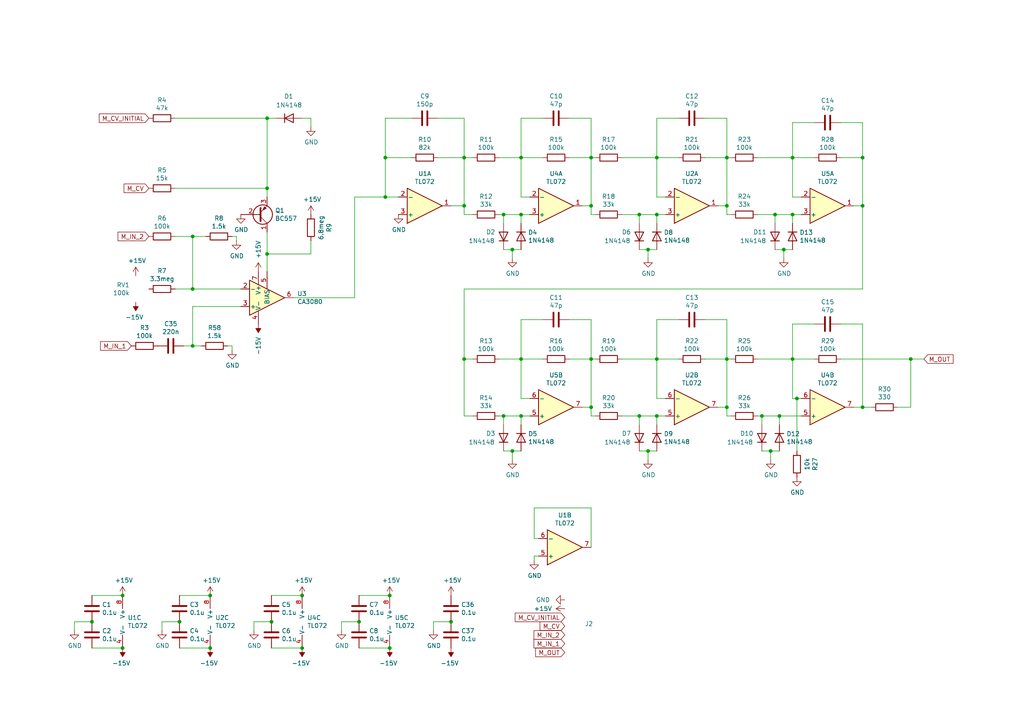
<source format=kicad_sch>
(kicad_sch (version 20230121) (generator eeschema)
  (paper "A4")
  (title_block (title "oberwelle") (date "2020-11-27") (rev "R01") (comment 1 "Schema for main circuit") (comment 2 "wave folder - middle section") (comment 4 "License CC BY 4.0 - Attribution 4.0 International"))
  (lib_symbols
    (symbol "Amplifier_Operational:CA3080" (pin_names (offset 0.127))
      (property "Reference" "U" (at 1.27 3.81 0))
      (property "Value" "CA3080" (at 1.27 -3.81 0))
      (symbol "CA3080_0_1"
        (polyline (pts (xy 5.08 0) (xy -5.08 -5.08) (xy -5.08 5.08) (xy 5.08 0)) (stroke (width 0.254)) (fill (type background)))
      )
      (symbol "CA3080_1_1"
        (pin no_connect line (at -2.54 2.54 270) (length 2.54) hide (name "NC") (number "1"))
        (pin input line (at -7.62 2.54 0) (length 2.54) (name "-") (number "2"))
        (pin input line (at -7.62 -2.54 0) (length 2.54) (name "+") (number "3"))
        (pin power_in line (at -2.54 -7.62 90) (length 3.81) (name "V-") (number "4"))
        (pin passive line (at 0 7.62 270) (length 5.08) (name "BIAS") (number "5"))
        (pin output line (at 7.62 0 180) (length 2.54) (name "~") (number "6"))
        (pin power_in line (at -2.54 7.62 270) (length 3.81) (name "V+") (number "7"))
        (pin no_connect line (at 0 2.54 270) (length 2.54) hide (name "NC") (number "8"))
      )
    )
    (symbol "Amplifier_Operational:TL072" (pin_names (offset 0.127))
      (property "Reference" "U" (at 0 5.08 0))
      (property "Value" "TL072" (at 0 -5.08 0))
      (symbol "TL072_1_1"
        (polyline (pts (xy -5.08 5.08) (xy 5.08 0) (xy -5.08 -5.08) (xy -5.08 5.08)) (stroke (width 0.254)) (fill (type background)))
        (pin output line (at 7.62 0 180) (length 2.54) (name "~") (number "1"))
        (pin input line (at -7.62 -2.54 0) (length 2.54) (name "-") (number "2"))
        (pin input line (at -7.62 2.54 0) (length 2.54) (name "+") (number "3"))
      )
      (symbol "TL072_2_1"
        (polyline (pts (xy -5.08 5.08) (xy 5.08 0) (xy -5.08 -5.08) (xy -5.08 5.08)) (stroke (width 0.254)) (fill (type background)))
        (pin input line (at -7.62 2.54 0) (length 2.54) (name "+") (number "5"))
        (pin input line (at -7.62 -2.54 0) (length 2.54) (name "-") (number "6"))
        (pin output line (at 7.62 0 180) (length 2.54) (name "~") (number "7"))
      )
      (symbol "TL072_3_1"
        (pin power_in line (at -2.54 -7.62 90) (length 3.81) (name "V-") (number "4"))
        (pin power_in line (at -2.54 7.62 270) (length 3.81) (name "V+") (number "8"))
      )
    )
    (symbol "Device:C" (pin_numbers hide) (pin_names (offset 0.254))
      (property "Reference" "C" (at 0.635 2.54 0))
      (property "Value" "C" (at 0.635 -2.54 0))
      (symbol "C_0_1"
        (polyline (pts (xy -2.032 -0.762) (xy 2.032 -0.762)) (stroke (width 0.508)))
        (polyline (pts (xy -2.032 0.762) (xy 2.032 0.762)) (stroke (width 0.508)))
      )
      (symbol "C_1_1"
        (pin passive line (at 0 3.81 270) (length 2.794) (name "~") (number "1"))
        (pin passive line (at 0 -3.81 90) (length 2.794) (name "~") (number "2"))
      )
    )
    (symbol "Device:R" (pin_numbers hide) (pin_names (offset 0))
      (property "Reference" "R" (at 2.032 0 90))
      (property "Value" "R" (at 0 0 90))
      (symbol "R_0_1"
        (rectangle (start -1.016 -2.54) (end 1.016 2.54) (stroke (width 0.254)))
      )
      (symbol "R_1_1"
        (pin passive line (at 0 3.81 270) (length 1.27) (name "~") (number "1"))
        (pin passive line (at 0 -3.81 90) (length 1.27) (name "~") (number "2"))
      )
    )
    (symbol "Diode:1N4148" (pin_numbers hide) (pin_names hide)
      (property "Reference" "D" (at 0 2.54 0))
      (property "Value" "1N4148" (at 0 -2.54 0))
      (symbol "1N4148_0_1"
        (polyline (pts (xy -1.27 1.27) (xy -1.27 -1.27)) (stroke (width 0.254)))
        (polyline (pts (xy 1.27 0) (xy -1.27 0)))
        (polyline (pts (xy 1.27 1.27) (xy 1.27 -1.27) (xy -1.27 0) (xy 1.27 1.27)) (stroke (width 0.254)))
      )
      (symbol "1N4148_1_1"
        (pin passive line (at -3.81 0 0) (length 2.54) (name "K") (number "1"))
        (pin passive line (at 3.81 0 180) (length 2.54) (name "A") (number "2"))
      )
    )
    (symbol "Transistor_BJT:BC557" (pin_names (offset 0) hide)
      (property "Reference" "Q" (at 5.08 1.905 0))
      (property "Value" "BC557" (at 5.08 0 0))
      (symbol "BC557_0_1"
        (polyline (pts (xy 0.635 0.635) (xy 2.54 2.54)))
        (polyline (pts (xy 0.635 -0.635) (xy 2.54 -2.54) (xy 2.54 -2.54)))
        (polyline (pts (xy 0.635 1.905) (xy 0.635 -1.905) (xy 0.635 -1.905)) (stroke (width 0.508)))
        (polyline (pts (xy 2.286 -1.778) (xy 1.778 -2.286) (xy 1.27 -1.27) (xy 2.286 -1.778) (xy 2.286 -1.778)) (fill (type outline)))
        (circle (center 1.27 0) (radius 2.8194) (stroke (width 0.254)))
      )
      (symbol "BC557_1_1"
        (pin passive line (at 2.54 5.08 270) (length 2.54) (name "C") (number "1"))
        (pin input line (at -5.08 0 0) (length 5.715) (name "B") (number "2"))
        (pin passive line (at 2.54 -5.08 90) (length 2.54) (name "E") (number "3"))
      )
    )
    (symbol "power:+15V" (power) (pin_names (offset 0))
      (property "Value" "+15V" (at 0 3.556 0))
      (symbol "+15V_0_1"
        (polyline (pts (xy -0.762 1.27) (xy 0 2.54)))
        (polyline (pts (xy 0 0) (xy 0 2.54)))
        (polyline (pts (xy 0 2.54) (xy 0.762 1.27)))
      )
      (symbol "+15V_1_1"
        (pin power_in line (at 0 0 90) (length 0) hide (name "+15V") (number "1"))
      )
    )
    (symbol "power:-15V" (power) (pin_names (offset 0))
      (property "Value" "-15V" (at 0 3.81 0))
      (symbol "-15V_0_0"
        (pin power_in line (at 0 0 90) (length 0) hide (name "-15V") (number "1"))
      )
      (symbol "-15V_0_1"
        (polyline (pts (xy 0 0) (xy 0 1.27) (xy 0.762 1.27) (xy 0 2.54) (xy -0.762 1.27) (xy 0 1.27)) (fill (type outline)))
      )
    )
    (symbol "power:GND" (power) (pin_names (offset 0))
      (property "Value" "GND" (at 0 -3.81 0))
      (symbol "GND_0_1"
        (polyline (pts (xy 0 0) (xy 0 -1.27) (xy 1.27 -1.27) (xy 0 -2.54) (xy -1.27 -1.27) (xy 0 -1.27)))
      )
      (symbol "GND_1_1"
        (pin power_in line (at 0 0 270) (length 0) hide (name "GND") (number "1"))
      )
    )
  )
  (junction (at 113.03 172.72))
  (junction (at 77.47 34.29))
  (junction (at 210.82 104.14))
  (junction (at 229.87 45.72))
  (junction (at 151.13 62.23))
  (junction (at 227.33 72.39))
  (junction (at 104.14 180.34))
  (junction (at 134.62 45.72))
  (junction (at 60.96 187.96))
  (junction (at 229.87 62.23))
  (junction (at 190.5 45.72))
  (junction (at 250.19 118.11))
  (junction (at 130.81 180.34))
  (junction (at 264.16 104.14))
  (junction (at 55.88 68.58))
  (junction (at 87.63 172.72))
  (junction (at 187.96 130.81))
  (junction (at 250.19 45.72))
  (junction (at 35.56 172.72))
  (junction (at 210.82 59.69))
  (junction (at 111.76 45.72))
  (junction (at 87.63 187.96))
  (junction (at 185.42 120.65))
  (junction (at 134.62 59.69))
  (junction (at 55.88 83.82))
  (junction (at 185.42 62.23))
  (junction (at 26.67 180.34))
  (junction (at 224.79 62.23))
  (junction (at 210.82 118.11))
  (junction (at 146.05 62.23))
  (junction (at 190.5 120.65))
  (junction (at 148.59 130.81))
  (junction (at 171.45 59.69))
  (junction (at 231.14 115.57))
  (junction (at 77.47 54.61))
  (junction (at 78.74 180.34))
  (junction (at 229.87 104.14))
  (junction (at 52.07 180.34))
  (junction (at 77.47 73.66))
  (junction (at 134.62 104.14))
  (junction (at 187.96 72.39))
  (junction (at 148.59 72.39))
  (junction (at 220.98 120.65))
  (junction (at 55.88 100.33))
  (junction (at 35.56 187.96))
  (junction (at 226.06 120.65))
  (junction (at 151.13 120.65))
  (junction (at 171.45 104.14))
  (junction (at 111.76 57.15))
  (junction (at 250.19 59.69))
  (junction (at 151.13 45.72))
  (junction (at 171.45 118.11))
  (junction (at 113.03 187.96))
  (junction (at 146.05 120.65))
  (junction (at 151.13 104.14))
  (junction (at 223.52 130.81))
  (junction (at 60.96 172.72))
  (junction (at 190.5 62.23))
  (junction (at 190.5 104.14))
  (junction (at 210.82 45.72))
  (junction (at 171.45 45.72))
  (wire (pts (xy 151.13 104.14) (xy 151.13 92.71)))
  (wire (pts (xy 224.79 62.23) (xy 229.87 62.23)))
  (wire (pts (xy 229.87 35.56) (xy 229.87 45.72)))
  (wire (pts (xy 104.14 187.96) (xy 113.03 187.96)))
  (wire (pts (xy 171.45 59.69) (xy 171.45 62.23)))
  (wire (pts (xy 146.05 62.23) (xy 151.13 62.23)))
  (wire (pts (xy 165.1 45.72) (xy 171.45 45.72)))
  (wire (pts (xy 171.45 59.69) (xy 168.91 59.69)))
  (wire (pts (xy 243.84 93.98) (xy 250.19 93.98)))
  (wire (pts (xy 134.62 34.29) (xy 134.62 45.72)))
  (wire (pts (xy 134.62 45.72) (xy 137.16 45.72)))
  (wire (pts (xy 236.22 35.56) (xy 229.87 35.56)))
  (wire (pts (xy 196.85 45.72) (xy 190.5 45.72)))
  (wire (pts (xy 190.5 104.14) (xy 180.34 104.14)))
  (wire (pts (xy 119.38 45.72) (xy 111.76 45.72)))
  (wire (pts (xy 73.66 180.34) (xy 78.74 180.34)))
  (wire (pts (xy 204.47 45.72) (xy 210.82 45.72)))
  (wire (pts (xy 77.47 54.61) (xy 77.47 34.29)))
  (wire (pts (xy 50.8 54.61) (xy 77.47 54.61)))
  (wire (pts (xy 151.13 115.57) (xy 153.67 115.57)))
  (wire (pts (xy 125.73 182.88) (xy 125.73 180.34)))
  (wire (pts (xy 102.87 86.36) (xy 85.09 86.36)))
  (wire (pts (xy 171.45 104.14) (xy 171.45 118.11)))
  (wire (pts (xy 190.5 57.15) (xy 193.04 57.15)))
  (wire (pts (xy 156.21 156.21) (xy 154.94 156.21)))
  (wire (pts (xy 52.07 172.72) (xy 60.96 172.72)))
  (wire (pts (xy 229.87 45.72) (xy 229.87 57.15)))
  (wire (pts (xy 102.87 57.15) (xy 102.87 86.36)))
  (wire (pts (xy 144.78 120.65) (xy 146.05 120.65)))
  (wire (pts (xy 212.09 120.65) (xy 210.82 120.65)))
  (wire (pts (xy 180.34 62.23) (xy 185.42 62.23)))
  (wire (pts (xy 204.47 104.14) (xy 210.82 104.14)))
  (wire (pts (xy 157.48 104.14) (xy 151.13 104.14)))
  (wire (pts (xy 220.98 120.65) (xy 226.06 120.65)))
  (wire (pts (xy 55.88 83.82) (xy 69.85 83.82)))
  (wire (pts (xy 171.45 45.72) (xy 171.45 59.69)))
  (wire (pts (xy 165.1 34.29) (xy 171.45 34.29)))
  (wire (pts (xy 111.76 34.29) (xy 111.76 45.72)))
  (wire (pts (xy 229.87 45.72) (xy 219.71 45.72)))
  (wire (pts (xy 90.17 73.66) (xy 77.47 73.66)))
  (wire (pts (xy 146.05 130.81) (xy 148.59 130.81)))
  (wire (pts (xy 196.85 34.29) (xy 190.5 34.29)))
  (wire (pts (xy 134.62 120.65) (xy 137.16 120.65)))
  (wire (pts (xy 55.88 68.58) (xy 59.69 68.58)))
  (wire (pts (xy 229.87 57.15) (xy 232.41 57.15)))
  (wire (pts (xy 119.38 34.29) (xy 111.76 34.29)))
  (wire (pts (xy 127 34.29) (xy 134.62 34.29)))
  (wire (pts (xy 190.5 104.14) (xy 190.5 115.57)))
  (wire (pts (xy 151.13 62.23) (xy 153.67 62.23)))
  (wire (pts (xy 187.96 72.39) (xy 190.5 72.39)))
  (wire (pts (xy 185.42 123.19) (xy 185.42 120.65)))
  (wire (pts (xy 172.72 45.72) (xy 171.45 45.72)))
  (wire (pts (xy 210.82 45.72) (xy 210.82 34.29)))
  (wire (pts (xy 180.34 120.65) (xy 185.42 120.65)))
  (wire (pts (xy 171.45 147.32) (xy 171.45 158.75)))
  (wire (pts (xy 146.05 123.19) (xy 146.05 120.65)))
  (wire (pts (xy 21.59 180.34) (xy 26.67 180.34)))
  (wire (pts (xy 148.59 130.81) (xy 151.13 130.81)))
  (wire (pts (xy 125.73 180.34) (xy 130.81 180.34)))
  (wire (pts (xy 171.45 62.23) (xy 172.72 62.23)))
  (wire (pts (xy 99.06 182.88) (xy 99.06 180.34)))
  (wire (pts (xy 134.62 83.82) (xy 134.62 104.14)))
  (wire (pts (xy 227.33 72.39) (xy 227.33 74.93)))
  (wire (pts (xy 212.09 62.23) (xy 210.82 62.23)))
  (wire (pts (xy 134.62 62.23) (xy 137.16 62.23)))
  (wire (pts (xy 185.42 130.81) (xy 187.96 130.81)))
  (wire (pts (xy 190.5 45.72) (xy 190.5 57.15)))
  (wire (pts (xy 231.14 115.57) (xy 232.41 115.57)))
  (wire (pts (xy 210.82 118.11) (xy 208.28 118.11)))
  (wire (pts (xy 165.1 92.71) (xy 171.45 92.71)))
  (wire (pts (xy 171.45 92.71) (xy 171.45 104.14)))
  (wire (pts (xy 171.45 118.11) (xy 168.91 118.11)))
  (wire (pts (xy 264.16 104.14) (xy 267.97 104.14)))
  (wire (pts (xy 243.84 35.56) (xy 250.19 35.56)))
  (wire (pts (xy 77.47 73.66) (xy 77.47 78.74)))
  (wire (pts (xy 220.98 123.19) (xy 220.98 120.65)))
  (wire (pts (xy 229.87 115.57) (xy 231.14 115.57)))
  (wire (pts (xy 151.13 104.14) (xy 151.13 115.57)))
  (wire (pts (xy 219.71 120.65) (xy 220.98 120.65)))
  (wire (pts (xy 111.76 45.72) (xy 111.76 57.15)))
  (wire (pts (xy 146.05 64.77) (xy 146.05 62.23)))
  (wire (pts (xy 67.31 100.33) (xy 67.31 101.6)))
  (wire (pts (xy 264.16 118.11) (xy 264.16 104.14)))
  (wire (pts (xy 190.5 123.19) (xy 190.5 120.65)))
  (wire (pts (xy 187.96 130.81) (xy 190.5 130.81)))
  (wire (pts (xy 151.13 57.15) (xy 153.67 57.15)))
  (wire (pts (xy 190.5 34.29) (xy 190.5 45.72)))
  (wire (pts (xy 111.76 57.15) (xy 115.57 57.15)))
  (wire (pts (xy 151.13 120.65) (xy 153.67 120.65)))
  (wire (pts (xy 154.94 147.32) (xy 171.45 147.32)))
  (wire (pts (xy 210.82 34.29) (xy 204.47 34.29)))
  (wire (pts (xy 77.47 67.31) (xy 77.47 73.66)))
  (wire (pts (xy 151.13 45.72) (xy 151.13 57.15)))
  (wire (pts (xy 210.82 62.23) (xy 210.82 59.69)))
  (wire (pts (xy 53.34 100.33) (xy 55.88 100.33)))
  (wire (pts (xy 21.59 182.88) (xy 21.59 180.34)))
  (wire (pts (xy 90.17 36.83) (xy 90.17 34.29)))
  (wire (pts (xy 250.19 59.69) (xy 247.65 59.69)))
  (wire (pts (xy 236.22 93.98) (xy 229.87 93.98)))
  (wire (pts (xy 196.85 92.71) (xy 190.5 92.71)))
  (wire (pts (xy 185.42 64.77) (xy 185.42 62.23)))
  (wire (pts (xy 212.09 104.14) (xy 210.82 104.14)))
  (wire (pts (xy 187.96 130.81) (xy 187.96 133.35)))
  (wire (pts (xy 229.87 104.14) (xy 219.71 104.14)))
  (wire (pts (xy 190.5 45.72) (xy 180.34 45.72)))
  (wire (pts (xy 148.59 72.39) (xy 151.13 72.39)))
  (wire (pts (xy 134.62 62.23) (xy 134.62 59.69)))
  (wire (pts (xy 146.05 72.39) (xy 148.59 72.39)))
  (wire (pts (xy 190.5 115.57) (xy 193.04 115.57)))
  (wire (pts (xy 229.87 93.98) (xy 229.87 104.14)))
  (wire (pts (xy 172.72 104.14) (xy 171.45 104.14)))
  (wire (pts (xy 80.01 34.29) (xy 77.47 34.29)))
  (wire (pts (xy 154.94 161.29) (xy 154.94 162.56)))
  (wire (pts (xy 146.05 120.65) (xy 151.13 120.65)))
  (wire (pts (xy 220.98 130.81) (xy 223.52 130.81)))
  (wire (pts (xy 144.78 104.14) (xy 151.13 104.14)))
  (wire (pts (xy 231.14 115.57) (xy 231.14 130.81)))
  (wire (pts (xy 185.42 120.65) (xy 190.5 120.65)))
  (wire (pts (xy 210.82 104.14) (xy 210.82 92.71)))
  (wire (pts (xy 260.35 118.11) (xy 264.16 118.11)))
  (wire (pts (xy 250.19 118.11) (xy 247.65 118.11)))
  (wire (pts (xy 90.17 69.85) (xy 90.17 73.66)))
  (wire (pts (xy 46.99 180.34) (xy 52.07 180.34)))
  (wire (pts (xy 212.09 45.72) (xy 210.82 45.72)))
  (wire (pts (xy 250.19 59.69) (xy 250.19 83.82)))
  (wire (pts (xy 68.58 68.58) (xy 67.31 68.58)))
  (wire (pts (xy 55.88 88.9) (xy 55.88 100.33)))
  (wire (pts (xy 26.67 187.96) (xy 35.56 187.96)))
  (wire (pts (xy 78.74 172.72) (xy 87.63 172.72)))
  (wire (pts (xy 148.59 72.39) (xy 148.59 74.93)))
  (wire (pts (xy 151.13 34.29) (xy 157.48 34.29)))
  (wire (pts (xy 223.52 130.81) (xy 226.06 130.81)))
  (wire (pts (xy 210.82 120.65) (xy 210.82 118.11)))
  (wire (pts (xy 144.78 62.23) (xy 146.05 62.23)))
  (wire (pts (xy 154.94 156.21) (xy 154.94 147.32)))
  (wire (pts (xy 210.82 59.69) (xy 208.28 59.69)))
  (wire (pts (xy 171.45 34.29) (xy 171.45 45.72)))
  (wire (pts (xy 151.13 45.72) (xy 151.13 34.29)))
  (wire (pts (xy 111.76 57.15) (xy 102.87 57.15)))
  (wire (pts (xy 148.59 130.81) (xy 148.59 133.35)))
  (wire (pts (xy 227.33 72.39) (xy 229.87 72.39)))
  (wire (pts (xy 55.88 100.33) (xy 58.42 100.33)))
  (wire (pts (xy 226.06 120.65) (xy 232.41 120.65)))
  (wire (pts (xy 224.79 64.77) (xy 224.79 62.23)))
  (wire (pts (xy 236.22 104.14) (xy 229.87 104.14)))
  (wire (pts (xy 250.19 93.98) (xy 250.19 118.11)))
  (wire (pts (xy 50.8 83.82) (xy 55.88 83.82)))
  (wire (pts (xy 66.04 100.33) (xy 67.31 100.33)))
  (wire (pts (xy 226.06 123.19) (xy 226.06 120.65)))
  (wire (pts (xy 210.82 92.71) (xy 204.47 92.71)))
  (wire (pts (xy 171.45 120.65) (xy 172.72 120.65)))
  (wire (pts (xy 224.79 72.39) (xy 227.33 72.39)))
  (wire (pts (xy 127 45.72) (xy 134.62 45.72)))
  (wire (pts (xy 73.66 182.88) (xy 73.66 180.34)))
  (wire (pts (xy 157.48 45.72) (xy 151.13 45.72)))
  (wire (pts (xy 134.62 104.14) (xy 134.62 120.65)))
  (wire (pts (xy 190.5 62.23) (xy 193.04 62.23)))
  (wire (pts (xy 250.19 45.72) (xy 250.19 59.69)))
  (wire (pts (xy 229.87 64.77) (xy 229.87 62.23)))
  (wire (pts (xy 144.78 45.72) (xy 151.13 45.72)))
  (wire (pts (xy 77.47 57.15) (xy 77.47 54.61)))
  (wire (pts (xy 151.13 92.71) (xy 157.48 92.71)))
  (wire (pts (xy 219.71 62.23) (xy 224.79 62.23)))
  (wire (pts (xy 165.1 104.14) (xy 171.45 104.14)))
  (wire (pts (xy 185.42 62.23) (xy 190.5 62.23)))
  (wire (pts (xy 223.52 130.81) (xy 223.52 133.35)))
  (wire (pts (xy 187.96 72.39) (xy 187.96 74.93)))
  (wire (pts (xy 99.06 180.34) (xy 104.14 180.34)))
  (wire (pts (xy 134.62 104.14) (xy 137.16 104.14)))
  (wire (pts (xy 77.47 34.29) (xy 50.8 34.29)))
  (wire (pts (xy 26.67 172.72) (xy 35.56 172.72)))
  (wire (pts (xy 52.07 187.96) (xy 60.96 187.96)))
  (wire (pts (xy 190.5 92.71) (xy 190.5 104.14)))
  (wire (pts (xy 151.13 123.19) (xy 151.13 120.65)))
  (wire (pts (xy 78.74 187.96) (xy 87.63 187.96)))
  (wire (pts (xy 250.19 35.56) (xy 250.19 45.72)))
  (wire (pts (xy 190.5 64.77) (xy 190.5 62.23)))
  (wire (pts (xy 190.5 120.65) (xy 193.04 120.65)))
  (wire (pts (xy 185.42 72.39) (xy 187.96 72.39)))
  (wire (pts (xy 250.19 118.11) (xy 252.73 118.11)))
  (wire (pts (xy 243.84 104.14) (xy 264.16 104.14)))
  (wire (pts (xy 68.58 69.85) (xy 68.58 68.58)))
  (wire (pts (xy 210.82 45.72) (xy 210.82 59.69)))
  (wire (pts (xy 196.85 104.14) (xy 190.5 104.14)))
  (wire (pts (xy 134.62 45.72) (xy 134.62 59.69)))
  (wire (pts (xy 229.87 62.23) (xy 232.41 62.23)))
  (wire (pts (xy 46.99 182.88) (xy 46.99 180.34)))
  (wire (pts (xy 134.62 59.69) (xy 130.81 59.69)))
  (wire (pts (xy 151.13 64.77) (xy 151.13 62.23)))
  (wire (pts (xy 104.14 172.72) (xy 113.03 172.72)))
  (wire (pts (xy 171.45 118.11) (xy 171.45 120.65)))
  (wire (pts (xy 236.22 45.72) (xy 229.87 45.72)))
  (wire (pts (xy 229.87 104.14) (xy 229.87 115.57)))
  (wire (pts (xy 50.8 68.58) (xy 55.88 68.58)))
  (wire (pts (xy 55.88 88.9) (xy 69.85 88.9)))
  (wire (pts (xy 156.21 161.29) (xy 154.94 161.29)))
  (wire (pts (xy 250.19 83.82) (xy 134.62 83.82)))
  (wire (pts (xy 55.88 68.58) (xy 55.88 83.82)))
  (wire (pts (xy 243.84 45.72) (xy 250.19 45.72)))
  (wire (pts (xy 210.82 104.14) (xy 210.82 118.11)))
  (wire (pts (xy 90.17 34.29) (xy 87.63 34.29)))
  (global_label "M_IN_1" (shape input) (at 163.83 186.69 180) (property "Intersheetrefs" "${INTERSHEET_REFS}" (effects hide)))
  (global_label "M_IN_2" (shape input) (at 163.83 184.15 180) (property "Intersheetrefs" "${INTERSHEET_REFS}" (effects hide)))
  (global_label "M_OUT" (shape input) (at 163.83 189.23 180) (property "Intersheetrefs" "${INTERSHEET_REFS}" (effects hide)))
  (global_label "M_CV" (shape input) (at 163.83 181.61 180) (property "Intersheetrefs" "${INTERSHEET_REFS}" (effects hide)))
  (global_label "M_IN_1" (shape input) (at 38.1 100.33 180) (property "Intersheetrefs" "${INTERSHEET_REFS}" (effects hide)))
  (global_label "M_CV_INITIAL" (shape input) (at 43.18 34.29 180) (property "Intersheetrefs" "${INTERSHEET_REFS}" (effects hide)))
  (global_label "M_CV_INITIAL" (shape input) (at 163.83 179.07 180) (property "Intersheetrefs" "${INTERSHEET_REFS}" (effects hide)))
  (global_label "M_CV" (shape input) (at 43.18 54.61 180) (property "Intersheetrefs" "${INTERSHEET_REFS}" (effects hide)))
  (global_label "M_OUT" (shape input) (at 267.97 104.14 0) (property "Intersheetrefs" "${INTERSHEET_REFS}" (effects hide)))
  (global_label "M_IN_2" (shape input) (at 43.18 68.58 180) (property "Intersheetrefs" "${INTERSHEET_REFS}" (effects hide)))
  (symbol (lib_id "Amplifier_Operational:TL072") (at 123.19 59.69 0) (mirror x) (unit 1)
    (property "Reference" "U1" (at 123.19 50.3682 0))
    (property "Value" "TL072" (at 123.19 52.6796 0))
    (property "Footprint" "Package_DIP:DIP-8_W7.62mm_Socket" (effects hide))
    (property "Datasheet" "http://www.ti.com/lit/ds/symlink/tl071.pdf" (effects hide))
    (property "Spice_Primitive" "X" (effects hide))
    (property "Spice_Model" "TL072c" (effects hide))
    (property "Spice_Netlist_Enabled" "Y" (effects hide))
  )
  (symbol (lib_id "Amplifier_Operational:TL072") (at 38.1 180.34 0) (unit 3)
    (property "Reference" "U1" (at 37.0332 179.1716 0) (effects (justify left)))
    (property "Value" "TL072" (at 37.0332 181.483 0) (effects (justify left)))
    (property "Footprint" "Package_DIP:DIP-8_W7.62mm_Socket" (effects hide))
    (property "Datasheet" "http://www.ti.com/lit/ds/symlink/tl071.pdf" (effects hide))
    (property "Spice_Primitive" "X" (effects hide))
    (property "Spice_Model" "TL072c" (effects hide))
    (property "Spice_Netlist_Enabled" "Y" (effects hide))
  )
  (symbol (lib_id "Amplifier_Operational:TL072") (at 63.5 180.34 0) (unit 3)
    (property "Reference" "U2" (at 62.4332 179.1716 0) (effects (justify left)))
    (property "Value" "TL072" (at 62.4332 181.483 0) (effects (justify left)))
    (property "Footprint" "Package_DIP:DIP-8_W7.62mm_Socket" (effects hide))
    (property "Datasheet" "http://www.ti.com/lit/ds/symlink/tl071.pdf" (effects hide))
    (property "Spice_Primitive" "X" (effects hide))
    (property "Spice_Model" "TL072c" (effects hide))
    (property "Spice_Netlist_Enabled" "Y" (effects hide))
  )
  (symbol (lib_id "Device:R") (at 123.19 45.72 270) (unit 1)
    (property "Reference" "R10" (at 123.19 40.4622 90))
    (property "Value" "82k" (at 123.19 42.7736 90))
    (property "Footprint" "Resistor_THT:R_Axial_DIN0204_L3.6mm_D1.6mm_P5.08mm_Horizontal" (effects hide))
  )
  (symbol (lib_id "Device:C") (at 123.19 34.29 270) (unit 1)
    (property "Reference" "C9" (at 123.19 27.8892 90))
    (property "Value" "150p" (at 123.19 30.2006 90))
    (property "Footprint" "Capacitor_THT:C_Disc_D3.8mm_W2.6mm_P2.50mm" (effects hide))
  )
  (symbol (lib_id "power:GND") (at 115.57 62.23 0) (unit 1)
    (property "Reference" "#PWR032" (effects hide))
    (property "Value" "GND" (at 115.697 66.6242 0))
  )
  (symbol (lib_id "Device:R") (at 161.29 45.72 270) (unit 1)
    (property "Reference" "R15" (at 161.29 40.4622 90))
    (property "Value" "100k" (at 161.29 42.7736 90))
    (property "Footprint" "Resistor_THT:R_Axial_DIN0204_L3.6mm_D1.6mm_P5.08mm_Horizontal" (effects hide))
  )
  (symbol (lib_id "power:GND") (at 148.59 74.93 0) (unit 1)
    (property "Reference" "#PWR0101" (effects hide))
    (property "Value" "GND" (at 148.717 79.3242 0))
  )
  (symbol (lib_id "power:-15V") (at 35.56 187.96 180) (unit 1)
    (property "Reference" "#PWR014" (effects hide))
    (property "Value" "-15V" (at 35.179 192.3542 0))
  )
  (symbol (lib_id "power:-15V") (at 60.96 187.96 180) (unit 1)
    (property "Reference" "#PWR019" (effects hide))
    (property "Value" "-15V" (at 60.579 192.3542 0))
  )
  (symbol (lib_id "power:+15V") (at 60.96 172.72 0) (unit 1)
    (property "Reference" "#PWR018" (effects hide))
    (property "Value" "+15V" (at 61.341 168.3258 0))
  )
  (symbol (lib_id "power:+15V") (at 35.56 172.72 0) (unit 1)
    (property "Reference" "#PWR013" (effects hide))
    (property "Value" "+15V" (at 35.941 168.3258 0))
  )
  (symbol (lib_id "Device:R") (at 140.97 45.72 270) (unit 1)
    (property "Reference" "R11" (at 140.97 40.4622 90))
    (property "Value" "100k" (at 140.97 42.7736 90))
    (property "Footprint" "Resistor_THT:R_Axial_DIN0204_L3.6mm_D1.6mm_P5.08mm_Horizontal" (effects hide))
  )
  (symbol (lib_id "Device:R") (at 140.97 62.23 270) (unit 1)
    (property "Reference" "R12" (at 140.97 56.9722 90))
    (property "Value" "33k" (at 140.97 59.2836 90))
    (property "Footprint" "Resistor_THT:R_Axial_DIN0204_L3.6mm_D1.6mm_P5.08mm_Horizontal" (effects hide))
  )
  (symbol (lib_id "Amplifier_Operational:TL072") (at 161.29 59.69 0) (mirror x) (unit 1)
    (property "Reference" "U4" (at 161.29 50.3682 0))
    (property "Value" "TL072" (at 161.29 52.6796 0))
    (property "Footprint" "Package_DIP:DIP-8_W7.62mm_Socket" (effects hide))
    (property "Datasheet" "http://www.ti.com/lit/ds/symlink/tl071.pdf" (effects hide))
    (property "Spice_Primitive" "X" (effects hide))
    (property "Spice_Model" "TL072c" (effects hide))
    (property "Spice_Netlist_Enabled" "Y" (effects hide))
  )
  (symbol (lib_id "Device:R") (at 200.66 45.72 270) (unit 1)
    (property "Reference" "R21" (at 200.66 40.4622 90))
    (property "Value" "100k" (at 200.66 42.7736 90))
    (property "Footprint" "Resistor_THT:R_Axial_DIN0204_L3.6mm_D1.6mm_P5.08mm_Horizontal" (effects hide))
  )
  (symbol (lib_id "power:GND") (at 187.96 74.93 0) (unit 1)
    (property "Reference" "#PWR036" (effects hide))
    (property "Value" "GND" (at 188.087 79.3242 0))
  )
  (symbol (lib_id "Device:R") (at 176.53 45.72 270) (unit 1)
    (property "Reference" "R17" (at 176.53 40.4622 90))
    (property "Value" "100k" (at 176.53 42.7736 90))
    (property "Footprint" "Resistor_THT:R_Axial_DIN0204_L3.6mm_D1.6mm_P5.08mm_Horizontal" (effects hide))
  )
  (symbol (lib_id "Device:R") (at 176.53 62.23 270) (unit 1)
    (property "Reference" "R18" (at 176.53 56.9722 90))
    (property "Value" "33k" (at 176.53 59.2836 90))
    (property "Footprint" "Resistor_THT:R_Axial_DIN0204_L3.6mm_D1.6mm_P5.08mm_Horizontal" (effects hide))
  )
  (symbol (lib_id "Device:R") (at 240.03 45.72 270) (unit 1)
    (property "Reference" "R28" (at 240.03 40.4622 90))
    (property "Value" "100k" (at 240.03 42.7736 90))
    (property "Footprint" "Resistor_THT:R_Axial_DIN0204_L3.6mm_D1.6mm_P5.08mm_Horizontal" (effects hide))
  )
  (symbol (lib_id "power:GND") (at 227.33 74.93 0) (unit 1)
    (property "Reference" "#PWR039" (effects hide))
    (property "Value" "GND" (at 227.457 79.3242 0))
  )
  (symbol (lib_id "Device:R") (at 215.9 45.72 270) (unit 1)
    (property "Reference" "R23" (at 215.9 40.4622 90))
    (property "Value" "100k" (at 215.9 42.7736 90))
    (property "Footprint" "Resistor_THT:R_Axial_DIN0204_L3.6mm_D1.6mm_P5.08mm_Horizontal" (effects hide))
  )
  (symbol (lib_id "Device:R") (at 215.9 62.23 270) (unit 1)
    (property "Reference" "R24" (at 215.9 56.9722 90))
    (property "Value" "33k" (at 215.9 59.2836 90))
    (property "Footprint" "Resistor_THT:R_Axial_DIN0204_L3.6mm_D1.6mm_P5.08mm_Horizontal" (effects hide))
  )
  (symbol (lib_id "Amplifier_Operational:TL072") (at 90.17 180.34 0) (unit 3)
    (property "Reference" "U4" (at 89.1032 179.1716 0) (effects (justify left)))
    (property "Value" "TL072" (at 89.1032 181.483 0) (effects (justify left)))
    (property "Footprint" "Package_DIP:DIP-8_W7.62mm_Socket" (effects hide))
    (property "Datasheet" "http://www.ti.com/lit/ds/symlink/tl071.pdf" (effects hide))
    (property "Spice_Primitive" "X" (effects hide))
    (property "Spice_Model" "TL072c" (effects hide))
    (property "Spice_Netlist_Enabled" "Y" (effects hide))
  )
  (symbol (lib_id "power:-15V") (at 87.63 187.96 180) (unit 1)
    (property "Reference" "#PWR026" (effects hide))
    (property "Value" "-15V" (at 87.249 192.3542 0))
  )
  (symbol (lib_id "power:+15V") (at 87.63 172.72 0) (unit 1)
    (property "Reference" "#PWR0102" (effects hide))
    (property "Value" "+15V" (at 88.011 168.3258 0))
  )
  (symbol (lib_id "Amplifier_Operational:TL072") (at 163.83 158.75 0) (mirror x) (unit 2)
    (property "Reference" "U1" (at 163.83 149.4282 0))
    (property "Value" "TL072" (at 163.83 151.7396 0))
    (property "Footprint" "Package_DIP:DIP-8_W7.62mm_Socket" (effects hide))
    (property "Datasheet" "http://www.ti.com/lit/ds/symlink/tl071.pdf" (effects hide))
    (property "Spice_Primitive" "X" (effects hide))
    (property "Spice_Model" "TL072c" (effects hide))
    (property "Spice_Netlist_Enabled" "Y" (effects hide))
  )
  (symbol (lib_id "Amplifier_Operational:TL072") (at 161.29 118.11 0) (mirror x) (unit 2)
    (property "Reference" "U5" (at 161.29 108.7882 0))
    (property "Value" "TL072" (at 161.29 111.0996 0))
    (property "Footprint" "Package_DIP:DIP-8_W7.62mm_Socket" (effects hide))
    (property "Datasheet" "http://www.ti.com/lit/ds/symlink/tl071.pdf" (effects hide))
    (property "Spice_Primitive" "X" (effects hide))
    (property "Spice_Model" "TL072c" (effects hide))
    (property "Spice_Netlist_Enabled" "Y" (effects hide))
  )
  (symbol (lib_id "Amplifier_Operational:TL072") (at 240.03 118.11 0) (mirror x) (unit 2)
    (property "Reference" "U4" (at 240.03 108.7882 0))
    (property "Value" "TL072" (at 240.03 111.0996 0))
    (property "Footprint" "Package_DIP:DIP-8_W7.62mm_Socket" (effects hide))
    (property "Datasheet" "http://www.ti.com/lit/ds/symlink/tl071.pdf" (effects hide))
    (property "Spice_Primitive" "X" (effects hide))
    (property "Spice_Model" "TL072c" (effects hide))
    (property "Spice_Netlist_Enabled" "Y" (effects hide))
  )
  (symbol (lib_id "Amplifier_Operational:TL072") (at 200.66 118.11 0) (mirror x) (unit 2)
    (property "Reference" "U2" (at 200.66 108.7882 0))
    (property "Value" "TL072" (at 200.66 111.0996 0))
    (property "Footprint" "Package_DIP:DIP-8_W7.62mm_Socket" (effects hide))
    (property "Datasheet" "http://www.ti.com/lit/ds/symlink/tl071.pdf" (effects hide))
    (property "Spice_Primitive" "X" (effects hide))
    (property "Spice_Model" "TL072c" (effects hide))
    (property "Spice_Netlist_Enabled" "Y" (effects hide))
  )
  (symbol (lib_id "power:GND") (at 154.94 162.56 0) (unit 1)
    (property "Reference" "#PWR0106" (effects hide))
    (property "Value" "GND" (at 155.067 166.9542 0))
  )
  (symbol (lib_id "Device:R_POT_TRIM") (at 39.37 83.82 0) (unit 1)
    (property "Reference" "RV1" (at 37.6174 82.6516 0) (effects (justify right)))
    (property "Value" "100k" (at 37.6174 84.963 0) (effects (justify right)))
    (property "Footprint" "Potentiometer_THT:Potentiometer_Bourns_3386P_Vertical" (effects hide))
  )
  (symbol (lib_id "Amplifier_Operational:TL072") (at 115.57 180.34 0) (unit 3)
    (property "Reference" "U5" (at 114.5032 179.1716 0) (effects (justify left)))
    (property "Value" "TL072" (at 114.5032 181.483 0) (effects (justify left)))
    (property "Footprint" "Package_DIP:DIP-8_W7.62mm_Socket" (effects hide))
    (property "Datasheet" "http://www.ti.com/lit/ds/symlink/tl071.pdf" (effects hide))
    (property "Spice_Primitive" "X" (effects hide))
    (property "Spice_Model" "TL072c" (effects hide))
    (property "Spice_Netlist_Enabled" "Y" (effects hide))
  )
  (symbol (lib_id "power:-15V") (at 113.03 187.96 180) (unit 1)
    (property "Reference" "#PWR031" (effects hide))
    (property "Value" "-15V" (at 112.649 192.3542 0))
  )
  (symbol (lib_id "power:+15V") (at 113.03 172.72 0) (unit 1)
    (property "Reference" "#PWR030" (effects hide))
    (property "Value" "+15V" (at 113.411 168.3258 0))
  )
  (symbol (lib_id "Connector:Conn_01x07_Female") (at 168.91 181.61 0) (unit 1)
    (property "Reference" "J2" (at 169.6212 180.9496 0) (effects (justify left)))
    (property "Value" "Conn_01x07_Female" (effects hide))
    (property "Footprint" "Connector_PinSocket_2.54mm:PinSocket_1x07_P2.54mm_Vertical" (effects hide))
  )
  (symbol (lib_id "Diode:1N4148") (at 83.82 34.29 0) (unit 1)
    (property "Reference" "D1" (at 85.09 27.94 0) (effects (justify right)))
    (property "Value" "1N4148" (at 87.63 30.48 0) (effects (justify right)))
    (property "Footprint" "Diode_THT:D_DO-35_SOD27_P7.62mm_Horizontal" (effects hide))
    (property "Datasheet" "https://assets.nexperia.com/documents/data-sheet/1N4148_1N4448.pdf" (effects hide))
  )
  (symbol (lib_id "power:+15V") (at 163.83 176.53 90) (unit 1)
    (property "Reference" "#PWR053" (effects hide))
    (property "Value" "+15V" (at 157.48 176.53 90))
  )
  (symbol (lib_id "power:GND") (at 163.83 173.99 270) (unit 1)
    (property "Reference" "#PWR08" (effects hide))
    (property "Value" "GND" (at 157.48 173.99 90))
  )
  (symbol (lib_id "Amplifier_Operational:CA3080") (at 77.47 86.36 0) (unit 1)
    (property "Reference" "U3" (at 86.2076 85.1916 0) (effects (justify left)))
    (property "Value" "CA3080" (at 86.2076 87.503 0) (effects (justify left)))
    (property "Footprint" "Package_DIP:DIP-8_W7.62mm_Socket" (effects hide))
    (property "Datasheet" "http://www.intersil.com/content/dam/Intersil/documents/ca30/ca3080-a.pdf" (effects hide))
  )
  (symbol (lib_id "Device:R") (at 62.23 100.33 270) (unit 1)
    (property "Reference" "R58" (at 62.23 95.0722 90))
    (property "Value" "1.5k" (at 62.23 97.3836 90))
    (property "Footprint" "Resistor_THT:R_Axial_DIN0204_L3.6mm_D1.6mm_P5.08mm_Horizontal" (effects hide))
  )
  (symbol (lib_id "Device:C") (at 49.53 100.33 270) (unit 1)
    (property "Reference" "C35" (at 49.53 93.9292 90))
    (property "Value" "220n" (at 49.53 96.2406 90))
    (property "Footprint" "Capacitor_THT:C_Rect_L4.6mm_W3.0mm_P2.50mm_MKS02_FKP02" (effects hide))
  )
  (symbol (lib_id "power:GND") (at 67.31 101.6 0) (unit 1)
    (property "Reference" "#PWR01" (effects hide))
    (property "Value" "GND" (at 67.437 105.9942 0))
  )
  (symbol (lib_id "Device:C") (at 161.29 34.29 270) (unit 1)
    (property "Reference" "C10" (at 161.29 27.8892 90))
    (property "Value" "47p" (at 161.29 30.2006 90))
    (property "Footprint" "Capacitor_THT:C_Disc_D3.8mm_W2.6mm_P2.50mm" (effects hide))
  )
  (symbol (lib_id "Device:C") (at 200.66 34.29 270) (unit 1)
    (property "Reference" "C12" (at 200.66 27.8892 90))
    (property "Value" "47p" (at 200.66 30.2006 90))
    (property "Footprint" "Capacitor_THT:C_Disc_D3.8mm_W2.6mm_P2.50mm" (effects hide))
  )
  (symbol (lib_id "Device:C") (at 240.03 35.56 270) (unit 1)
    (property "Reference" "C14" (at 240.03 29.1592 90))
    (property "Value" "47p" (at 240.03 31.4706 90))
    (property "Footprint" "Capacitor_THT:C_Disc_D3.8mm_W2.6mm_P2.50mm" (effects hide))
  )
  (symbol (lib_id "Amplifier_Operational:TL072") (at 200.66 59.69 0) (mirror x) (unit 1)
    (property "Reference" "U2" (at 200.66 50.3682 0))
    (property "Value" "TL072" (at 200.66 52.6796 0))
    (property "Footprint" "Package_DIP:DIP-8_W7.62mm_Socket" (effects hide))
    (property "Datasheet" "http://www.ti.com/lit/ds/symlink/tl071.pdf" (effects hide))
    (property "Spice_Primitive" "X" (effects hide))
    (property "Spice_Model" "TL072c" (effects hide))
    (property "Spice_Netlist_Enabled" "Y" (effects hide))
  )
  (symbol (lib_id "Device:R") (at 161.29 104.14 270) (unit 1)
    (property "Reference" "R16" (at 161.29 98.8822 90))
    (property "Value" "100k" (at 161.29 101.1936 90))
    (property "Footprint" "Resistor_THT:R_Axial_DIN0204_L3.6mm_D1.6mm_P5.08mm_Horizontal" (effects hide))
  )
  (symbol (lib_id "power:GND") (at 148.59 133.35 0) (unit 1)
    (property "Reference" "#PWR0103" (effects hide))
    (property "Value" "GND" (at 148.717 137.7442 0))
  )
  (symbol (lib_id "Device:R") (at 140.97 104.14 270) (unit 1)
    (property "Reference" "R13" (at 140.97 98.8822 90))
    (property "Value" "100k" (at 140.97 101.1936 90))
    (property "Footprint" "Resistor_THT:R_Axial_DIN0204_L3.6mm_D1.6mm_P5.08mm_Horizontal" (effects hide))
  )
  (symbol (lib_id "Device:R") (at 140.97 120.65 270) (unit 1)
    (property "Reference" "R14" (at 140.97 115.3922 90))
    (property "Value" "33k" (at 140.97 117.7036 90))
    (property "Footprint" "Resistor_THT:R_Axial_DIN0204_L3.6mm_D1.6mm_P5.08mm_Horizontal" (effects hide))
  )
  (symbol (lib_id "Device:R") (at 200.66 104.14 270) (unit 1)
    (property "Reference" "R22" (at 200.66 98.8822 90))
    (property "Value" "100k" (at 200.66 101.1936 90))
    (property "Footprint" "Resistor_THT:R_Axial_DIN0204_L3.6mm_D1.6mm_P5.08mm_Horizontal" (effects hide))
  )
  (symbol (lib_id "power:GND") (at 187.96 133.35 0) (unit 1)
    (property "Reference" "#PWR037" (effects hide))
    (property "Value" "GND" (at 188.087 137.7442 0))
  )
  (symbol (lib_id "Device:R") (at 176.53 104.14 270) (unit 1)
    (property "Reference" "R19" (at 176.53 98.8822 90))
    (property "Value" "100k" (at 176.53 101.1936 90))
    (property "Footprint" "Resistor_THT:R_Axial_DIN0204_L3.6mm_D1.6mm_P5.08mm_Horizontal" (effects hide))
  )
  (symbol (lib_id "Device:R") (at 176.53 120.65 270) (unit 1)
    (property "Reference" "R20" (at 176.53 115.3922 90))
    (property "Value" "33k" (at 176.53 117.7036 90))
    (property "Footprint" "Resistor_THT:R_Axial_DIN0204_L3.6mm_D1.6mm_P5.08mm_Horizontal" (effects hide))
  )
  (symbol (lib_id "Amplifier_Operational:TL072") (at 240.03 59.69 0) (mirror x) (unit 1)
    (property "Reference" "U5" (at 240.03 50.3682 0))
    (property "Value" "TL072" (at 240.03 52.6796 0))
    (property "Footprint" "Package_DIP:DIP-8_W7.62mm_Socket" (effects hide))
    (property "Datasheet" "http://www.ti.com/lit/ds/symlink/tl071.pdf" (effects hide))
    (property "Spice_Primitive" "X" (effects hide))
    (property "Spice_Model" "TL072c" (effects hide))
    (property "Spice_Netlist_Enabled" "Y" (effects hide))
  )
  (symbol (lib_id "Device:R") (at 240.03 104.14 270) (unit 1)
    (property "Reference" "R29" (at 240.03 98.8822 90))
    (property "Value" "100k" (at 240.03 101.1936 90))
    (property "Footprint" "Resistor_THT:R_Axial_DIN0204_L3.6mm_D1.6mm_P5.08mm_Horizontal" (effects hide))
  )
  (symbol (lib_id "power:GND") (at 223.52 133.35 0) (unit 1)
    (property "Reference" "#PWR038" (effects hide))
    (property "Value" "GND" (at 223.647 137.7442 0))
  )
  (symbol (lib_id "Device:R") (at 215.9 104.14 270) (unit 1)
    (property "Reference" "R25" (at 215.9 98.8822 90))
    (property "Value" "100k" (at 215.9 101.1936 90))
    (property "Footprint" "Resistor_THT:R_Axial_DIN0204_L3.6mm_D1.6mm_P5.08mm_Horizontal" (effects hide))
  )
  (symbol (lib_id "Device:R") (at 215.9 120.65 270) (unit 1)
    (property "Reference" "R26" (at 215.9 115.3922 90))
    (property "Value" "33k" (at 215.9 117.7036 90))
    (property "Footprint" "Resistor_THT:R_Axial_DIN0204_L3.6mm_D1.6mm_P5.08mm_Horizontal" (effects hide))
  )
  (symbol (lib_id "Device:C") (at 161.29 92.71 270) (unit 1)
    (property "Reference" "C11" (at 161.29 86.3092 90))
    (property "Value" "47p" (at 161.29 88.6206 90))
    (property "Footprint" "Capacitor_THT:C_Disc_D3.8mm_W2.6mm_P2.50mm" (effects hide))
  )
  (symbol (lib_id "Device:C") (at 200.66 92.71 270) (unit 1)
    (property "Reference" "C13" (at 200.66 86.3092 90))
    (property "Value" "47p" (at 200.66 88.6206 90))
    (property "Footprint" "Capacitor_THT:C_Disc_D3.8mm_W2.6mm_P2.50mm" (effects hide))
  )
  (symbol (lib_id "Device:C") (at 240.03 93.98 270) (unit 1)
    (property "Reference" "C15" (at 240.03 87.5792 90))
    (property "Value" "47p" (at 240.03 89.8906 90))
    (property "Footprint" "Capacitor_THT:C_Disc_D3.8mm_W2.6mm_P2.50mm" (effects hide))
  )
  (symbol (lib_id "Device:R") (at 256.54 118.11 270) (unit 1)
    (property "Reference" "R30" (at 256.54 112.8522 90))
    (property "Value" "330" (at 256.54 115.1636 90))
    (property "Footprint" "Resistor_THT:R_Axial_DIN0204_L3.6mm_D1.6mm_P5.08mm_Horizontal" (effects hide))
  )
  (symbol (lib_id "power:-15V") (at 130.81 187.96 180) (unit 1)
    (property "Reference" "#PWR07" (effects hide))
    (property "Value" "-15V" (at 130.429 192.3542 0))
  )
  (symbol (lib_id "power:+15V") (at 130.81 172.72 0) (unit 1)
    (property "Reference" "#PWR06" (effects hide))
    (property "Value" "+15V" (at 131.191 168.3258 0))
  )
  (symbol (lib_id "Device:C") (at 130.81 176.53 0) (unit 1)
    (property "Reference" "C36" (at 133.731 175.3616 0) (effects (justify left)))
    (property "Value" "0.1u" (at 133.731 177.673 0) (effects (justify left)))
    (property "Footprint" "Capacitor_THT:C_Disc_D3.8mm_W2.6mm_P2.50mm" (effects hide))
  )
  (symbol (lib_id "Device:C") (at 130.81 184.15 0) (unit 1)
    (property "Reference" "C37" (at 133.731 182.9816 0) (effects (justify left)))
    (property "Value" "0.1u" (at 133.731 185.293 0) (effects (justify left)))
    (property "Footprint" "Capacitor_THT:C_Disc_D3.8mm_W2.6mm_P2.50mm" (effects hide))
  )
  (symbol (lib_id "power:GND") (at 125.73 182.88 0) (unit 1)
    (property "Reference" "#PWR03" (effects hide))
    (property "Value" "GND" (at 125.857 187.2742 0))
  )
  (symbol (lib_id "Device:R") (at 231.14 134.62 180) (unit 1)
    (property "Reference" "R27" (at 236.3978 134.62 90))
    (property "Value" "10k" (at 234.0864 134.62 90))
    (property "Footprint" "Resistor_THT:R_Axial_DIN0204_L3.6mm_D1.6mm_P5.08mm_Horizontal" (effects hide))
  )
  (symbol (lib_id "power:GND") (at 231.14 138.43 0) (unit 1)
    (property "Reference" "#PWR040" (effects hide))
    (property "Value" "GND" (at 231.267 142.8242 0))
  )
  (symbol (lib_id "Device:C") (at 104.14 176.53 0) (unit 1)
    (property "Reference" "C7" (at 107.061 175.3616 0) (effects (justify left)))
    (property "Value" "0.1u" (at 107.061 177.673 0) (effects (justify left)))
    (property "Footprint" "Capacitor_THT:C_Disc_D3.8mm_W2.6mm_P2.50mm" (effects hide))
  )
  (symbol (lib_id "Device:C") (at 104.14 184.15 0) (unit 1)
    (property "Reference" "C8" (at 107.061 182.9816 0) (effects (justify left)))
    (property "Value" "0.1u" (at 107.061 185.293 0) (effects (justify left)))
    (property "Footprint" "Capacitor_THT:C_Disc_D3.8mm_W2.6mm_P2.50mm" (effects hide))
  )
  (symbol (lib_id "Device:R") (at 41.91 100.33 270) (unit 1)
    (property "Reference" "R3" (at 41.91 95.0722 90))
    (property "Value" "100k" (at 41.91 97.3836 90))
    (property "Footprint" "Resistor_THT:R_Axial_DIN0204_L3.6mm_D1.6mm_P5.08mm_Horizontal" (effects hide))
  )
  (symbol (lib_id "power:GND") (at 99.06 182.88 0) (unit 1)
    (property "Reference" "#PWR029" (effects hide))
    (property "Value" "GND" (at 99.187 187.2742 0))
  )
  (symbol (lib_id "Diode:1N4148") (at 151.13 68.58 270) (unit 1)
    (property "Reference" "D4" (at 153.162 67.4116 90) (effects (justify left)))
    (property "Value" "1N4148" (at 153.162 69.723 90) (effects (justify left)))
    (property "Footprint" "Diode_THT:D_DO-35_SOD27_P7.62mm_Horizontal" (effects hide))
    (property "Datasheet" "https://assets.nexperia.com/documents/data-sheet/1N4148_1N4448.pdf" (effects hide))
  )
  (symbol (lib_id "Diode:1N4148") (at 146.05 68.58 90) (unit 1)
    (property "Reference" "D2" (at 140.97 67.31 90) (effects (justify right)))
    (property "Value" "1N4148" (at 135.89 69.85 90) (effects (justify right)))
    (property "Footprint" "Diode_THT:D_DO-35_SOD27_P7.62mm_Horizontal" (effects hide))
    (property "Datasheet" "https://assets.nexperia.com/documents/data-sheet/1N4148_1N4448.pdf" (effects hide))
  )
  (symbol (lib_id "Diode:1N4148") (at 190.5 68.58 270) (unit 1)
    (property "Reference" "D8" (at 192.532 67.4116 90) (effects (justify left)))
    (property "Value" "1N4148" (at 192.532 69.723 90) (effects (justify left)))
    (property "Footprint" "Diode_THT:D_DO-35_SOD27_P7.62mm_Horizontal" (effects hide))
    (property "Datasheet" "https://assets.nexperia.com/documents/data-sheet/1N4148_1N4448.pdf" (effects hide))
  )
  (symbol (lib_id "Diode:1N4148") (at 185.42 68.58 90) (unit 1)
    (property "Reference" "D6" (at 180.34 67.31 90) (effects (justify right)))
    (property "Value" "1N4148" (at 175.26 69.85 90) (effects (justify right)))
    (property "Footprint" "Diode_THT:D_DO-35_SOD27_P7.62mm_Horizontal" (effects hide))
    (property "Datasheet" "https://assets.nexperia.com/documents/data-sheet/1N4148_1N4448.pdf" (effects hide))
  )
  (symbol (lib_id "Device:C") (at 78.74 176.53 0) (unit 1)
    (property "Reference" "C5" (at 81.661 175.3616 0) (effects (justify left)))
    (property "Value" "0.1u" (at 81.661 177.673 0) (effects (justify left)))
    (property "Footprint" "Capacitor_THT:C_Disc_D3.8mm_W2.6mm_P2.50mm" (effects hide))
  )
  (symbol (lib_id "Device:C") (at 78.74 184.15 0) (unit 1)
    (property "Reference" "C6" (at 81.661 182.9816 0) (effects (justify left)))
    (property "Value" "0.1u" (at 81.661 185.293 0) (effects (justify left)))
    (property "Footprint" "Capacitor_THT:C_Disc_D3.8mm_W2.6mm_P2.50mm" (effects hide))
  )
  (symbol (lib_id "power:GND") (at 73.66 182.88 0) (unit 1)
    (property "Reference" "#PWR022" (effects hide))
    (property "Value" "GND" (at 73.787 187.2742 0))
  )
  (symbol (lib_id "Device:R") (at 46.99 83.82 270) (unit 1)
    (property "Reference" "R7" (at 46.99 78.5622 90))
    (property "Value" "3.3meg" (at 46.99 80.8736 90))
    (property "Footprint" "Resistor_THT:R_Axial_DIN0204_L3.6mm_D1.6mm_P5.08mm_Horizontal" (effects hide))
    (property "Spice_Primitive" "R" (effects hide))
    (property "Spice_Model" "3.3meg" (effects hide))
    (property "Spice_Netlist_Enabled" "Y" (effects hide))
  )
  (symbol (lib_id "Device:R") (at 46.99 68.58 270) (unit 1)
    (property "Reference" "R6" (at 46.99 63.3222 90))
    (property "Value" "100k" (at 46.99 65.6336 90))
    (property "Footprint" "Resistor_THT:R_Axial_DIN0204_L3.6mm_D1.6mm_P5.08mm_Horizontal" (effects hide))
  )
  (symbol (lib_id "Device:R") (at 63.5 68.58 270) (unit 1)
    (property "Reference" "R8" (at 63.5 63.3222 90))
    (property "Value" "1.5k" (at 63.5 65.6336 90))
    (property "Footprint" "Resistor_THT:R_Axial_DIN0204_L3.6mm_D1.6mm_P5.08mm_Horizontal" (effects hide))
  )
  (symbol (lib_id "power:GND") (at 68.58 69.85 0) (unit 1)
    (property "Reference" "#PWR020" (effects hide))
    (property "Value" "GND" (at 68.707 74.2442 0))
  )
  (symbol (lib_id "Device:C") (at 52.07 176.53 0) (unit 1)
    (property "Reference" "C3" (at 54.991 175.3616 0) (effects (justify left)))
    (property "Value" "0.1u" (at 54.991 177.673 0) (effects (justify left)))
    (property "Footprint" "Capacitor_THT:C_Disc_D3.8mm_W2.6mm_P2.50mm" (effects hide))
  )
  (symbol (lib_id "Device:C") (at 52.07 184.15 0) (unit 1)
    (property "Reference" "C4" (at 54.991 182.9816 0) (effects (justify left)))
    (property "Value" "0.1u" (at 54.991 185.293 0) (effects (justify left)))
    (property "Footprint" "Capacitor_THT:C_Disc_D3.8mm_W2.6mm_P2.50mm" (effects hide))
  )
  (symbol (lib_id "power:GND") (at 46.99 182.88 0) (unit 1)
    (property "Reference" "#PWR017" (effects hide))
    (property "Value" "GND" (at 47.117 187.2742 0))
  )
  (symbol (lib_id "Diode:1N4148") (at 229.87 68.58 270) (unit 1)
    (property "Reference" "D13" (at 231.902 67.4116 90) (effects (justify left)))
    (property "Value" "1N4148" (at 231.902 69.723 90) (effects (justify left)))
    (property "Footprint" "Diode_THT:D_DO-35_SOD27_P7.62mm_Horizontal" (effects hide))
    (property "Datasheet" "https://assets.nexperia.com/documents/data-sheet/1N4148_1N4448.pdf" (effects hide))
  )
  (symbol (lib_id "Diode:1N4148") (at 224.79 68.58 90) (unit 1)
    (property "Reference" "D11" (at 218.44 67.31 90) (effects (justify right)))
    (property "Value" "1N4148" (at 214.63 69.85 90) (effects (justify right)))
    (property "Footprint" "Diode_THT:D_DO-35_SOD27_P7.62mm_Horizontal" (effects hide))
    (property "Datasheet" "https://assets.nexperia.com/documents/data-sheet/1N4148_1N4448.pdf" (effects hide))
  )
  (symbol (lib_id "power:+15V") (at 39.37 80.01 0) (unit 1)
    (property "Reference" "#PWR015" (effects hide))
    (property "Value" "+15V" (at 39.751 75.6158 0))
  )
  (symbol (lib_id "power:-15V") (at 39.37 87.63 180) (unit 1)
    (property "Reference" "#PWR016" (effects hide))
    (property "Value" "-15V" (at 38.989 92.0242 0))
  )
  (symbol (lib_id "Device:C") (at 26.67 176.53 0) (unit 1)
    (property "Reference" "C1" (at 29.591 175.3616 0) (effects (justify left)))
    (property "Value" "0.1u" (at 29.591 177.673 0) (effects (justify left)))
    (property "Footprint" "Capacitor_THT:C_Disc_D3.8mm_W2.6mm_P2.50mm" (effects hide))
  )
  (symbol (lib_id "Device:C") (at 26.67 184.15 0) (unit 1)
    (property "Reference" "C2" (at 29.591 182.9816 0) (effects (justify left)))
    (property "Value" "0.1u" (at 29.591 185.293 0) (effects (justify left)))
    (property "Footprint" "Capacitor_THT:C_Disc_D3.8mm_W2.6mm_P2.50mm" (effects hide))
  )
  (symbol (lib_id "power:GND") (at 21.59 182.88 0) (unit 1)
    (property "Reference" "#PWR012" (effects hide))
    (property "Value" "GND" (at 21.717 187.2742 0))
  )
  (symbol (lib_id "Diode:1N4148") (at 151.13 127 270) (unit 1)
    (property "Reference" "D5" (at 153.162 125.8316 90) (effects (justify left)))
    (property "Value" "1N4148" (at 153.162 128.143 90) (effects (justify left)))
    (property "Footprint" "Diode_THT:D_DO-35_SOD27_P7.62mm_Horizontal" (effects hide))
    (property "Datasheet" "https://assets.nexperia.com/documents/data-sheet/1N4148_1N4448.pdf" (effects hide))
  )
  (symbol (lib_id "Diode:1N4148") (at 146.05 127 90) (unit 1)
    (property "Reference" "D3" (at 140.97 125.73 90) (effects (justify right)))
    (property "Value" "1N4148" (at 135.89 128.27 90) (effects (justify right)))
    (property "Footprint" "Diode_THT:D_DO-35_SOD27_P7.62mm_Horizontal" (effects hide))
    (property "Datasheet" "https://assets.nexperia.com/documents/data-sheet/1N4148_1N4448.pdf" (effects hide))
  )
  (symbol (lib_id "Device:R") (at 46.99 34.29 270) (unit 1)
    (property "Reference" "R4" (at 46.99 29.0322 90))
    (property "Value" "47k" (at 46.99 31.3436 90))
    (property "Footprint" "Resistor_THT:R_Axial_DIN0204_L3.6mm_D1.6mm_P5.08mm_Horizontal" (effects hide))
  )
  (symbol (lib_id "Device:R") (at 46.99 54.61 270) (unit 1)
    (property "Reference" "R5" (at 46.99 49.3522 90))
    (property "Value" "15k" (at 46.99 51.6636 90))
    (property "Footprint" "Resistor_THT:R_Axial_DIN0204_L3.6mm_D1.6mm_P5.08mm_Horizontal" (effects hide))
  )
  (symbol (lib_id "Diode:1N4148") (at 190.5 127 270) (unit 1)
    (property "Reference" "D9" (at 192.532 125.8316 90) (effects (justify left)))
    (property "Value" "1N4148" (at 192.532 128.143 90) (effects (justify left)))
    (property "Footprint" "Diode_THT:D_DO-35_SOD27_P7.62mm_Horizontal" (effects hide))
    (property "Datasheet" "https://assets.nexperia.com/documents/data-sheet/1N4148_1N4448.pdf" (effects hide))
  )
  (symbol (lib_id "Diode:1N4148") (at 185.42 127 90) (unit 1)
    (property "Reference" "D7" (at 180.34 125.73 90) (effects (justify right)))
    (property "Value" "1N4148" (at 175.26 128.27 90) (effects (justify right)))
    (property "Footprint" "Diode_THT:D_DO-35_SOD27_P7.62mm_Horizontal" (effects hide))
    (property "Datasheet" "https://assets.nexperia.com/documents/data-sheet/1N4148_1N4448.pdf" (effects hide))
  )
  (symbol (lib_id "Transistor_BJT:BC557") (at 74.93 62.23 0) (mirror x) (unit 1)
    (property "Reference" "Q1" (at 79.7814 61.0616 0) (effects (justify left)))
    (property "Value" "BC557" (at 79.7814 63.373 0) (effects (justify left)))
    (property "Footprint" "Package_TO_SOT_THT:TO-92_Inline_Wide" (effects hide))
    (property "Datasheet" "http://www.fairchildsemi.com/ds/BC/BC557.pdf" (effects hide))
    (property "Spice_Primitive" "Q" (effects hide))
    (property "Spice_Model" "BC556B" (effects hide))
    (property "Spice_Netlist_Enabled" "Y" (effects hide))
  )
  (symbol (lib_id "power:GND") (at 69.85 62.23 0) (unit 1)
    (property "Reference" "#PWR021" (effects hide))
    (property "Value" "GND" (at 69.977 66.6242 0))
  )
  (symbol (lib_id "Diode:1N4148") (at 226.06 127 270) (unit 1)
    (property "Reference" "D12" (at 228.092 125.8316 90) (effects (justify left)))
    (property "Value" "1N4148" (at 228.092 128.143 90) (effects (justify left)))
    (property "Footprint" "Diode_THT:D_DO-35_SOD27_P7.62mm_Horizontal" (effects hide))
    (property "Datasheet" "https://assets.nexperia.com/documents/data-sheet/1N4148_1N4448.pdf" (effects hide))
  )
  (symbol (lib_id "Diode:1N4148") (at 220.98 127 90) (unit 1)
    (property "Reference" "D10" (at 214.63 125.73 90) (effects (justify right)))
    (property "Value" "1N4148" (at 210.82 128.27 90) (effects (justify right)))
    (property "Footprint" "Diode_THT:D_DO-35_SOD27_P7.62mm_Horizontal" (effects hide))
    (property "Datasheet" "https://assets.nexperia.com/documents/data-sheet/1N4148_1N4448.pdf" (effects hide))
  )
  (symbol (lib_id "power:GND") (at 90.17 36.83 0) (unit 1)
    (property "Reference" "#PWR027" (effects hide))
    (property "Value" "GND" (at 90.297 41.2242 0))
  )
  (symbol (lib_id "Device:R") (at 90.17 66.04 180) (unit 1)
    (property "Reference" "R9" (at 95.4278 66.04 90))
    (property "Value" "6.8meg" (at 93.1164 66.04 90))
    (property "Footprint" "Resistor_THT:R_Axial_DIN0204_L3.6mm_D1.6mm_P5.08mm_Horizontal" (effects hide))
    (property "Spice_Primitive" "R" (effects hide))
    (property "Spice_Model" "6.8meg" (effects hide))
    (property "Spice_Netlist_Enabled" "Y" (effects hide))
  )
  (symbol (lib_id "power:+15V") (at 90.17 62.23 0) (unit 1)
    (property "Reference" "#PWR028" (effects hide))
    (property "Value" "+15V" (at 90.551 57.8358 0))
  )
  (symbol (lib_id "power:+15V") (at 74.93 78.74 0) (unit 1)
    (property "Reference" "#PWR0104" (effects hide))
    (property "Value" "+15V" (at 74.93 72.39 90))
  )
  (symbol (lib_id "power:-15V") (at 74.93 93.98 180) (unit 1)
    (property "Reference" "#PWR0105" (effects hide))
    (property "Value" "-15V" (at 74.93 100.33 90))
  )
)
</source>
